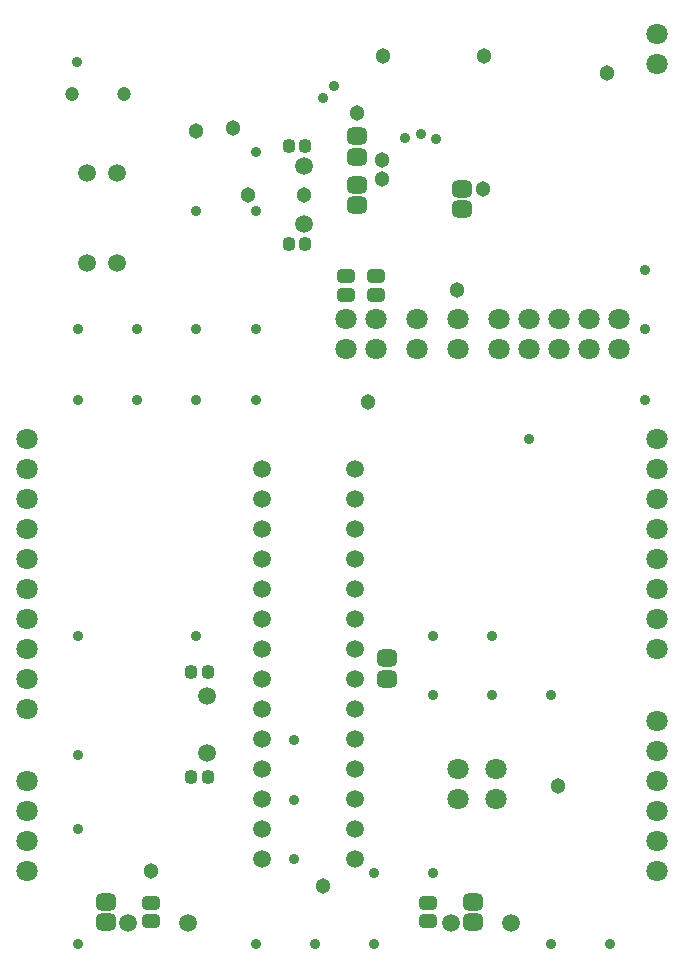
<source format=gbs>
%FSTAX43Y43*%
%MOMM*%
G71*
G01*
G75*
G04 Layer_Color=3394611*
G04:AMPARAMS|DCode=10|XSize=2.5mm|YSize=2mm|CornerRadius=0.5mm|HoleSize=0mm|Usage=FLASHONLY|Rotation=90.000|XOffset=0mm|YOffset=0mm|HoleType=Round|Shape=RoundedRectangle|*
%AMROUNDEDRECTD10*
21,1,2.500,1.000,0,0,90.0*
21,1,1.500,2.000,0,0,90.0*
1,1,1.000,0.500,0.750*
1,1,1.000,0.500,-0.750*
1,1,1.000,-0.500,-0.750*
1,1,1.000,-0.500,0.750*
%
%ADD10ROUNDEDRECTD10*%
%ADD11O,0.500X2.250*%
G04:AMPARAMS|DCode=12|XSize=1.3mm|YSize=1mm|CornerRadius=0.25mm|HoleSize=0mm|Usage=FLASHONLY|Rotation=0.000|XOffset=0mm|YOffset=0mm|HoleType=Round|Shape=RoundedRectangle|*
%AMROUNDEDRECTD12*
21,1,1.300,0.500,0,0,0.0*
21,1,0.800,1.000,0,0,0.0*
1,1,0.500,0.400,-0.250*
1,1,0.500,-0.400,-0.250*
1,1,0.500,-0.400,0.250*
1,1,0.500,0.400,0.250*
%
%ADD12ROUNDEDRECTD12*%
G04:AMPARAMS|DCode=13|XSize=1mm|YSize=2.8mm|CornerRadius=0.25mm|HoleSize=0mm|Usage=FLASHONLY|Rotation=270.000|XOffset=0mm|YOffset=0mm|HoleType=Round|Shape=RoundedRectangle|*
%AMROUNDEDRECTD13*
21,1,1.000,2.300,0,0,270.0*
21,1,0.500,2.800,0,0,270.0*
1,1,0.500,-1.150,-0.250*
1,1,0.500,-1.150,0.250*
1,1,0.500,1.150,0.250*
1,1,0.500,1.150,-0.250*
%
%ADD13ROUNDEDRECTD13*%
G04:AMPARAMS|DCode=14|XSize=0.9mm|YSize=2.7mm|CornerRadius=0.225mm|HoleSize=0mm|Usage=FLASHONLY|Rotation=270.000|XOffset=0mm|YOffset=0mm|HoleType=Round|Shape=RoundedRectangle|*
%AMROUNDEDRECTD14*
21,1,0.900,2.250,0,0,270.0*
21,1,0.450,2.700,0,0,270.0*
1,1,0.450,-1.125,-0.225*
1,1,0.450,-1.125,0.225*
1,1,0.450,1.125,0.225*
1,1,0.450,1.125,-0.225*
%
%ADD14ROUNDEDRECTD14*%
G04:AMPARAMS|DCode=15|XSize=1.5mm|YSize=1.25mm|CornerRadius=0.313mm|HoleSize=0mm|Usage=FLASHONLY|Rotation=180.000|XOffset=0mm|YOffset=0mm|HoleType=Round|Shape=RoundedRectangle|*
%AMROUNDEDRECTD15*
21,1,1.500,0.625,0,0,180.0*
21,1,0.875,1.250,0,0,180.0*
1,1,0.625,-0.438,0.313*
1,1,0.625,0.438,0.313*
1,1,0.625,0.438,-0.313*
1,1,0.625,-0.438,-0.313*
%
%ADD15ROUNDEDRECTD15*%
G04:AMPARAMS|DCode=16|XSize=1.9mm|YSize=0.5mm|CornerRadius=0.125mm|HoleSize=0mm|Usage=FLASHONLY|Rotation=0.000|XOffset=0mm|YOffset=0mm|HoleType=Round|Shape=RoundedRectangle|*
%AMROUNDEDRECTD16*
21,1,1.900,0.250,0,0,0.0*
21,1,1.650,0.500,0,0,0.0*
1,1,0.250,0.825,-0.125*
1,1,0.250,-0.825,-0.125*
1,1,0.250,-0.825,0.125*
1,1,0.250,0.825,0.125*
%
%ADD16ROUNDEDRECTD16*%
G04:AMPARAMS|DCode=17|XSize=1.9mm|YSize=0.5mm|CornerRadius=0.125mm|HoleSize=0mm|Usage=FLASHONLY|Rotation=90.000|XOffset=0mm|YOffset=0mm|HoleType=Round|Shape=RoundedRectangle|*
%AMROUNDEDRECTD17*
21,1,1.900,0.250,0,0,90.0*
21,1,1.650,0.500,0,0,90.0*
1,1,0.250,0.125,0.825*
1,1,0.250,0.125,-0.825*
1,1,0.250,-0.125,-0.825*
1,1,0.250,-0.125,0.825*
%
%ADD17ROUNDEDRECTD17*%
G04:AMPARAMS|DCode=18|XSize=1.3mm|YSize=1mm|CornerRadius=0.25mm|HoleSize=0mm|Usage=FLASHONLY|Rotation=90.000|XOffset=0mm|YOffset=0mm|HoleType=Round|Shape=RoundedRectangle|*
%AMROUNDEDRECTD18*
21,1,1.300,0.500,0,0,90.0*
21,1,0.800,1.000,0,0,90.0*
1,1,0.500,0.250,0.400*
1,1,0.500,0.250,-0.400*
1,1,0.500,-0.250,-0.400*
1,1,0.500,-0.250,0.400*
%
%ADD18ROUNDEDRECTD18*%
G04:AMPARAMS|DCode=19|XSize=2.65mm|YSize=1.75mm|CornerRadius=0.438mm|HoleSize=0mm|Usage=FLASHONLY|Rotation=270.000|XOffset=0mm|YOffset=0mm|HoleType=Round|Shape=RoundedRectangle|*
%AMROUNDEDRECTD19*
21,1,2.650,0.875,0,0,270.0*
21,1,1.775,1.750,0,0,270.0*
1,1,0.875,-0.438,-0.887*
1,1,0.875,-0.438,0.887*
1,1,0.875,0.438,0.887*
1,1,0.875,0.438,-0.887*
%
%ADD19ROUNDEDRECTD19*%
G04:AMPARAMS|DCode=20|XSize=1.5mm|YSize=1.3mm|CornerRadius=0.325mm|HoleSize=0mm|Usage=FLASHONLY|Rotation=0.000|XOffset=0mm|YOffset=0mm|HoleType=Round|Shape=RoundedRectangle|*
%AMROUNDEDRECTD20*
21,1,1.500,0.650,0,0,0.0*
21,1,0.850,1.300,0,0,0.0*
1,1,0.650,0.425,-0.325*
1,1,0.650,-0.425,-0.325*
1,1,0.650,-0.425,0.325*
1,1,0.650,0.425,0.325*
%
%ADD20ROUNDEDRECTD20*%
G04:AMPARAMS|DCode=21|XSize=1.5mm|YSize=1.3mm|CornerRadius=0.325mm|HoleSize=0mm|Usage=FLASHONLY|Rotation=270.000|XOffset=0mm|YOffset=0mm|HoleType=Round|Shape=RoundedRectangle|*
%AMROUNDEDRECTD21*
21,1,1.500,0.650,0,0,270.0*
21,1,0.850,1.300,0,0,270.0*
1,1,0.650,-0.325,-0.425*
1,1,0.650,-0.325,0.425*
1,1,0.650,0.325,0.425*
1,1,0.650,0.325,-0.425*
%
%ADD21ROUNDEDRECTD21*%
%ADD22C,1.000*%
%ADD23C,0.500*%
%ADD24C,0.300*%
%ADD25C,1.300*%
%ADD26C,1.600*%
%ADD27C,1.000*%
%ADD28C,1.100*%
%ADD29C,0.700*%
G04:AMPARAMS|DCode=30|XSize=0.9mm|YSize=0.8mm|CornerRadius=0.2mm|HoleSize=0mm|Usage=FLASHONLY|Rotation=270.000|XOffset=0mm|YOffset=0mm|HoleType=Round|Shape=RoundedRectangle|*
%AMROUNDEDRECTD30*
21,1,0.900,0.400,0,0,270.0*
21,1,0.500,0.800,0,0,270.0*
1,1,0.400,-0.200,-0.250*
1,1,0.400,-0.200,0.250*
1,1,0.400,0.200,0.250*
1,1,0.400,0.200,-0.250*
%
%ADD30ROUNDEDRECTD30*%
%ADD31C,0.178*%
%ADD32C,0.005*%
%ADD33C,0.254*%
%ADD34C,0.250*%
G04:AMPARAMS|DCode=35|XSize=2.703mm|YSize=2.203mm|CornerRadius=0.602mm|HoleSize=0mm|Usage=FLASHONLY|Rotation=90.000|XOffset=0mm|YOffset=0mm|HoleType=Round|Shape=RoundedRectangle|*
%AMROUNDEDRECTD35*
21,1,2.703,1.000,0,0,90.0*
21,1,1.500,2.203,0,0,90.0*
1,1,1.203,0.500,0.750*
1,1,1.203,0.500,-0.750*
1,1,1.203,-0.500,-0.750*
1,1,1.203,-0.500,0.750*
%
%ADD35ROUNDEDRECTD35*%
%ADD36O,0.703X2.453*%
G04:AMPARAMS|DCode=37|XSize=1.503mm|YSize=1.203mm|CornerRadius=0.352mm|HoleSize=0mm|Usage=FLASHONLY|Rotation=0.000|XOffset=0mm|YOffset=0mm|HoleType=Round|Shape=RoundedRectangle|*
%AMROUNDEDRECTD37*
21,1,1.503,0.500,0,0,0.0*
21,1,0.800,1.203,0,0,0.0*
1,1,0.703,0.400,-0.250*
1,1,0.703,-0.400,-0.250*
1,1,0.703,-0.400,0.250*
1,1,0.703,0.400,0.250*
%
%ADD37ROUNDEDRECTD37*%
G04:AMPARAMS|DCode=38|XSize=1.203mm|YSize=3.003mm|CornerRadius=0.352mm|HoleSize=0mm|Usage=FLASHONLY|Rotation=270.000|XOffset=0mm|YOffset=0mm|HoleType=Round|Shape=RoundedRectangle|*
%AMROUNDEDRECTD38*
21,1,1.203,2.300,0,0,270.0*
21,1,0.500,3.003,0,0,270.0*
1,1,0.703,-1.150,-0.250*
1,1,0.703,-1.150,0.250*
1,1,0.703,1.150,0.250*
1,1,0.703,1.150,-0.250*
%
%ADD38ROUNDEDRECTD38*%
G04:AMPARAMS|DCode=39|XSize=1.103mm|YSize=2.903mm|CornerRadius=0.327mm|HoleSize=0mm|Usage=FLASHONLY|Rotation=270.000|XOffset=0mm|YOffset=0mm|HoleType=Round|Shape=RoundedRectangle|*
%AMROUNDEDRECTD39*
21,1,1.103,2.250,0,0,270.0*
21,1,0.450,2.903,0,0,270.0*
1,1,0.653,-1.125,-0.225*
1,1,0.653,-1.125,0.225*
1,1,0.653,1.125,0.225*
1,1,0.653,1.125,-0.225*
%
%ADD39ROUNDEDRECTD39*%
G04:AMPARAMS|DCode=40|XSize=1.703mm|YSize=1.453mm|CornerRadius=0.414mm|HoleSize=0mm|Usage=FLASHONLY|Rotation=180.000|XOffset=0mm|YOffset=0mm|HoleType=Round|Shape=RoundedRectangle|*
%AMROUNDEDRECTD40*
21,1,1.703,0.625,0,0,180.0*
21,1,0.875,1.453,0,0,180.0*
1,1,0.828,-0.438,0.313*
1,1,0.828,0.438,0.313*
1,1,0.828,0.438,-0.313*
1,1,0.828,-0.438,-0.313*
%
%ADD40ROUNDEDRECTD40*%
G04:AMPARAMS|DCode=41|XSize=2.1mm|YSize=0.7mm|CornerRadius=0.225mm|HoleSize=0mm|Usage=FLASHONLY|Rotation=0.000|XOffset=0mm|YOffset=0mm|HoleType=Round|Shape=RoundedRectangle|*
%AMROUNDEDRECTD41*
21,1,2.100,0.250,0,0,0.0*
21,1,1.650,0.700,0,0,0.0*
1,1,0.450,0.825,-0.125*
1,1,0.450,-0.825,-0.125*
1,1,0.450,-0.825,0.125*
1,1,0.450,0.825,0.125*
%
%ADD41ROUNDEDRECTD41*%
G04:AMPARAMS|DCode=42|XSize=2.1mm|YSize=0.7mm|CornerRadius=0.225mm|HoleSize=0mm|Usage=FLASHONLY|Rotation=90.000|XOffset=0mm|YOffset=0mm|HoleType=Round|Shape=RoundedRectangle|*
%AMROUNDEDRECTD42*
21,1,2.100,0.250,0,0,90.0*
21,1,1.650,0.700,0,0,90.0*
1,1,0.450,0.125,0.825*
1,1,0.450,0.125,-0.825*
1,1,0.450,-0.125,-0.825*
1,1,0.450,-0.125,0.825*
%
%ADD42ROUNDEDRECTD42*%
G04:AMPARAMS|DCode=43|XSize=1.503mm|YSize=1.203mm|CornerRadius=0.352mm|HoleSize=0mm|Usage=FLASHONLY|Rotation=90.000|XOffset=0mm|YOffset=0mm|HoleType=Round|Shape=RoundedRectangle|*
%AMROUNDEDRECTD43*
21,1,1.503,0.500,0,0,90.0*
21,1,0.800,1.203,0,0,90.0*
1,1,0.703,0.250,0.400*
1,1,0.703,0.250,-0.400*
1,1,0.703,-0.250,-0.400*
1,1,0.703,-0.250,0.400*
%
%ADD43ROUNDEDRECTD43*%
G04:AMPARAMS|DCode=44|XSize=2.853mm|YSize=1.953mm|CornerRadius=0.539mm|HoleSize=0mm|Usage=FLASHONLY|Rotation=270.000|XOffset=0mm|YOffset=0mm|HoleType=Round|Shape=RoundedRectangle|*
%AMROUNDEDRECTD44*
21,1,2.853,0.875,0,0,270.0*
21,1,1.775,1.953,0,0,270.0*
1,1,1.078,-0.438,-0.887*
1,1,1.078,-0.438,0.887*
1,1,1.078,0.438,0.887*
1,1,1.078,0.438,-0.887*
%
%ADD44ROUNDEDRECTD44*%
G04:AMPARAMS|DCode=45|XSize=1.703mm|YSize=1.503mm|CornerRadius=0.427mm|HoleSize=0mm|Usage=FLASHONLY|Rotation=0.000|XOffset=0mm|YOffset=0mm|HoleType=Round|Shape=RoundedRectangle|*
%AMROUNDEDRECTD45*
21,1,1.703,0.650,0,0,0.0*
21,1,0.850,1.503,0,0,0.0*
1,1,0.853,0.425,-0.325*
1,1,0.853,-0.425,-0.325*
1,1,0.853,-0.425,0.325*
1,1,0.853,0.425,0.325*
%
%ADD45ROUNDEDRECTD45*%
G04:AMPARAMS|DCode=46|XSize=1.703mm|YSize=1.503mm|CornerRadius=0.427mm|HoleSize=0mm|Usage=FLASHONLY|Rotation=270.000|XOffset=0mm|YOffset=0mm|HoleType=Round|Shape=RoundedRectangle|*
%AMROUNDEDRECTD46*
21,1,1.703,0.650,0,0,270.0*
21,1,0.850,1.503,0,0,270.0*
1,1,0.853,-0.325,-0.425*
1,1,0.853,-0.325,0.425*
1,1,0.853,0.325,0.425*
1,1,0.853,0.325,-0.425*
%
%ADD46ROUNDEDRECTD46*%
%ADD47C,1.503*%
%ADD48C,1.800*%
%ADD49C,1.200*%
%ADD50C,1.500*%
%ADD51C,1.303*%
%ADD52C,0.903*%
G04:AMPARAMS|DCode=53|XSize=1.103mm|YSize=1.003mm|CornerRadius=0.302mm|HoleSize=0mm|Usage=FLASHONLY|Rotation=270.000|XOffset=0mm|YOffset=0mm|HoleType=Round|Shape=RoundedRectangle|*
%AMROUNDEDRECTD53*
21,1,1.103,0.400,0,0,270.0*
21,1,0.500,1.003,0,0,270.0*
1,1,0.603,-0.200,-0.250*
1,1,0.603,-0.200,0.250*
1,1,0.603,0.200,0.250*
1,1,0.603,0.200,-0.250*
%
%ADD53ROUNDEDRECTD53*%
D37*
X0091122Y0044873D02*
D03*
Y0046472D02*
D03*
X0114618Y0044873D02*
D03*
Y0046472D02*
D03*
X0107632Y0099543D02*
D03*
Y0097942D02*
D03*
X0110173Y0099543D02*
D03*
Y0097942D02*
D03*
D40*
X0087312Y0044798D02*
D03*
Y0046548D02*
D03*
X0118427Y0044798D02*
D03*
Y0046548D02*
D03*
X0111125Y0067185D02*
D03*
Y0065435D02*
D03*
X0108585Y0105488D02*
D03*
Y0107238D02*
D03*
Y0111365D02*
D03*
Y0109615D02*
D03*
X0117475Y010517D02*
D03*
Y010692D02*
D03*
D47*
X0100522Y0080598D02*
D03*
Y0078058D02*
D03*
Y0075518D02*
D03*
Y0072978D02*
D03*
Y0070438D02*
D03*
Y0067897D02*
D03*
Y0065357D02*
D03*
Y0062818D02*
D03*
Y0060278D02*
D03*
Y0057737D02*
D03*
Y0055197D02*
D03*
Y0052658D02*
D03*
Y0050118D02*
D03*
Y0083137D02*
D03*
X0108393D02*
D03*
Y0080598D02*
D03*
Y0078058D02*
D03*
Y0075518D02*
D03*
Y0072978D02*
D03*
Y0070438D02*
D03*
Y0067897D02*
D03*
Y0065357D02*
D03*
Y0062818D02*
D03*
Y0060278D02*
D03*
Y0057737D02*
D03*
Y0055197D02*
D03*
Y0052658D02*
D03*
Y0050118D02*
D03*
X0085725Y0108268D02*
D03*
X0088265D02*
D03*
X0094298Y004472D02*
D03*
X0089217D02*
D03*
X0121603D02*
D03*
X0116522D02*
D03*
D48*
X0080645Y0056785D02*
D03*
Y0054245D02*
D03*
Y0051705D02*
D03*
Y0049165D02*
D03*
X0117158Y0055197D02*
D03*
Y0057737D02*
D03*
X012065Y0093345D02*
D03*
X012319D02*
D03*
X012573D02*
D03*
X012827D02*
D03*
X013081D02*
D03*
X0133975Y0061865D02*
D03*
Y0059325D02*
D03*
Y0056785D02*
D03*
Y0054245D02*
D03*
Y0051705D02*
D03*
Y0049165D02*
D03*
Y0085677D02*
D03*
Y0083137D02*
D03*
Y0080598D02*
D03*
Y0078058D02*
D03*
Y0075518D02*
D03*
Y0072978D02*
D03*
Y0070438D02*
D03*
Y0067897D02*
D03*
X0080645Y0062818D02*
D03*
Y0065357D02*
D03*
Y0067897D02*
D03*
Y0070438D02*
D03*
Y0072978D02*
D03*
Y0075518D02*
D03*
Y0078058D02*
D03*
Y0080598D02*
D03*
Y0083137D02*
D03*
Y0085677D02*
D03*
X0107632Y0093345D02*
D03*
X0110173D02*
D03*
X0120332Y0055197D02*
D03*
Y0057737D02*
D03*
X0113665Y0095885D02*
D03*
Y0093345D02*
D03*
X0117158D02*
D03*
Y0095885D02*
D03*
X012065D02*
D03*
X012319D02*
D03*
X012573D02*
D03*
X012827D02*
D03*
X013081D02*
D03*
X0110173D02*
D03*
X0107632D02*
D03*
X0133975Y0120015D02*
D03*
Y0117475D02*
D03*
D49*
X0088878Y0114965D02*
D03*
X0084478D02*
D03*
D50*
X0085725Y0100647D02*
D03*
X0088265D02*
D03*
X010414Y0108802D02*
D03*
Y0103923D02*
D03*
X0095885Y0063987D02*
D03*
Y0059107D02*
D03*
D51*
X01171Y00983D02*
D03*
X01298Y01167D02*
D03*
X0108585Y0113348D02*
D03*
X0099378Y0106363D02*
D03*
X010414D02*
D03*
X0098107Y0112077D02*
D03*
X0094933Y011176D02*
D03*
X0091122Y0049165D02*
D03*
X011938Y011811D02*
D03*
X0110808D02*
D03*
X0119285Y0106902D02*
D03*
X0110738Y0107702D02*
D03*
X0110725Y0109302D02*
D03*
X0109537Y0088853D02*
D03*
X0105728Y0047895D02*
D03*
X01256Y00563D02*
D03*
D52*
X010325Y005015D02*
D03*
Y005515D02*
D03*
Y006025D02*
D03*
X00849Y01176D02*
D03*
X01Y011D02*
D03*
Y0105D02*
D03*
X0095D02*
D03*
X0133Y01D02*
D03*
Y0095D02*
D03*
Y0089D02*
D03*
X01D02*
D03*
Y0095D02*
D03*
X0095D02*
D03*
X009D02*
D03*
X0085D02*
D03*
X0095Y0089D02*
D03*
X009D02*
D03*
X0085D02*
D03*
X0115Y0064D02*
D03*
X012D02*
D03*
X0125D02*
D03*
X012Y0069D02*
D03*
X0115D02*
D03*
X0095D02*
D03*
X0085D02*
D03*
Y0059D02*
D03*
Y00527D02*
D03*
X0115Y0049D02*
D03*
X011D02*
D03*
X013Y0043D02*
D03*
X0125D02*
D03*
X011D02*
D03*
X0105D02*
D03*
X01D02*
D03*
X0085D02*
D03*
X012319Y0085677D02*
D03*
X0115253Y0111125D02*
D03*
X010668Y011557D02*
D03*
X0105728Y0114618D02*
D03*
X011263Y0111207D02*
D03*
X0114Y01115D02*
D03*
D53*
X009455Y0057103D02*
D03*
X009595D02*
D03*
X009455Y0065993D02*
D03*
X009595D02*
D03*
X0102805Y011049D02*
D03*
X0104205D02*
D03*
X0102805Y0102235D02*
D03*
X0104205D02*
D03*
M02*

</source>
